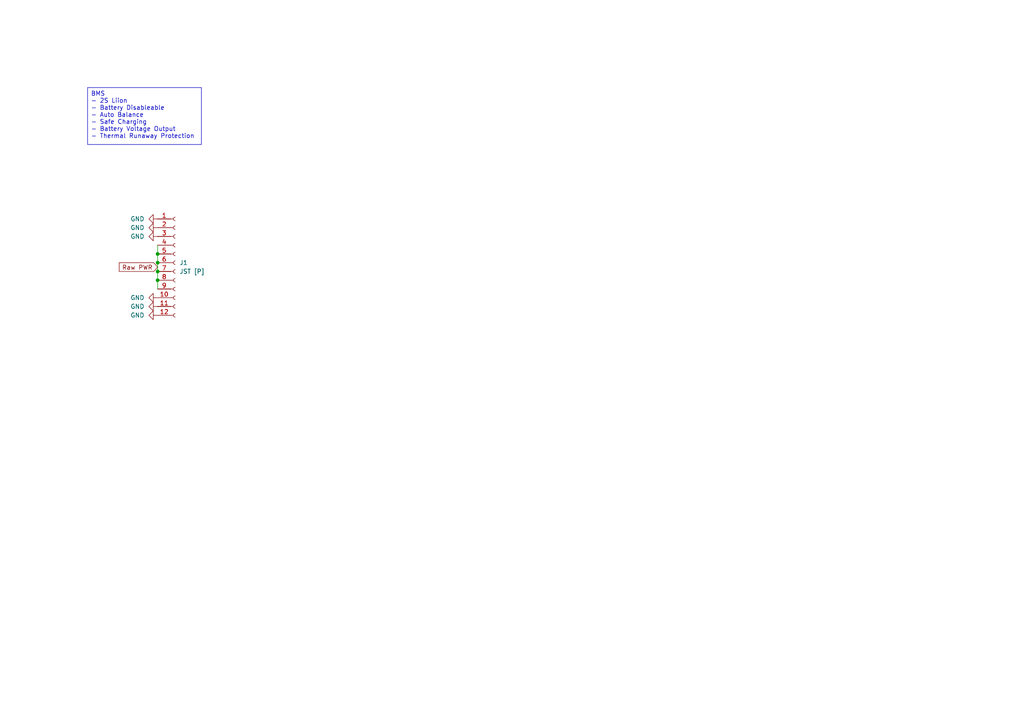
<source format=kicad_sch>
(kicad_sch (version 20231120) (generator "eeschema") (generator_version "8.0")
  (paper "A4")
  (lib_symbols
    (symbol "Connector:Conn_01x12_Socket" (pin_names (offset 1.016) hide)
      (property "Reference" "J" (at 0 15.24 0))
      (property "Value" "Conn_01x12_Socket" (at 0 -17.78 0))
      (symbol "Conn_01x12_Socket_1_1"
        (arc (start 0 -14.732) (mid -0.5058 -15.24) (end 0 -15.748) (stroke (width 0.1524)))
        (arc (start 0 -12.192) (mid -0.5058 -12.7) (end 0 -13.208) (stroke (width 0.1524)))
        (arc (start 0 -9.652) (mid -0.5058 -10.16) (end 0 -10.668) (stroke (width 0.1524)))
        (arc (start 0 -7.112) (mid -0.5058 -7.62) (end 0 -8.128) (stroke (width 0.1524)))
        (arc (start 0 -4.572) (mid -0.5058 -5.08) (end 0 -5.588) (stroke (width 0.1524)))
        (arc (start 0 -2.032) (mid -0.5058 -2.54) (end 0 -3.048) (stroke (width 0.1524)))
        (polyline (pts (xy -1.27 -15.24) (xy -0.508 -15.24)) (stroke (width 0.1524)))
        (polyline (pts (xy -1.27 -12.7) (xy -0.508 -12.7)) (stroke (width 0.1524)))
        (polyline (pts (xy -1.27 -10.16) (xy -0.508 -10.16)) (stroke (width 0.1524)))
        (polyline (pts (xy -1.27 -7.62) (xy -0.508 -7.62)) (stroke (width 0.1524)))
        (polyline (pts (xy -1.27 -5.08) (xy -0.508 -5.08)) (stroke (width 0.1524)))
        (polyline (pts (xy -1.27 -2.54) (xy -0.508 -2.54)) (stroke (width 0.1524)))
        (polyline (pts (xy -1.27 0) (xy -0.508 0)) (stroke (width 0.1524)))
        (polyline (pts (xy -1.27 2.54) (xy -0.508 2.54)) (stroke (width 0.1524)))
        (polyline (pts (xy -1.27 5.08) (xy -0.508 5.08)) (stroke (width 0.1524)))
        (polyline (pts (xy -1.27 7.62) (xy -0.508 7.62)) (stroke (width 0.1524)))
        (polyline (pts (xy -1.27 10.16) (xy -0.508 10.16)) (stroke (width 0.1524)))
        (polyline (pts (xy -1.27 12.7) (xy -0.508 12.7)) (stroke (width 0.1524)))
        (arc (start 0 0.508) (mid -0.5058 0) (end 0 -0.508) (stroke (width 0.1524)))
        (arc (start 0 3.048) (mid -0.5058 2.54) (end 0 2.032) (stroke (width 0.1524)))
        (arc (start 0 5.588) (mid -0.5058 5.08) (end 0 4.572) (stroke (width 0.1524)))
        (arc (start 0 8.128) (mid -0.5058 7.62) (end 0 7.112) (stroke (width 0.1524)))
        (arc (start 0 10.668) (mid -0.5058 10.16) (end 0 9.652) (stroke (width 0.1524)))
        (arc (start 0 13.208) (mid -0.5058 12.7) (end 0 12.192) (stroke (width 0.1524)))
        (pin passive line (at -5.08 12.7 0) (length 3.81) (name "Pin_1") (number "1"))
        (pin passive line (at -5.08 -10.16 0) (length 3.81) (name "Pin_10") (number "10"))
        (pin passive line (at -5.08 -12.7 0) (length 3.81) (name "Pin_11") (number "11"))
        (pin passive line (at -5.08 -15.24 0) (length 3.81) (name "Pin_12") (number "12"))
        (pin passive line (at -5.08 10.16 0) (length 3.81) (name "Pin_2") (number "2"))
        (pin passive line (at -5.08 7.62 0) (length 3.81) (name "Pin_3") (number "3"))
        (pin passive line (at -5.08 5.08 0) (length 3.81) (name "Pin_4") (number "4"))
        (pin passive line (at -5.08 2.54 0) (length 3.81) (name "Pin_5") (number "5"))
        (pin passive line (at -5.08 0 0) (length 3.81) (name "Pin_6") (number "6"))
        (pin passive line (at -5.08 -2.54 0) (length 3.81) (name "Pin_7") (number "7"))
        (pin passive line (at -5.08 -5.08 0) (length 3.81) (name "Pin_8") (number "8"))
        (pin passive line (at -5.08 -7.62 0) (length 3.81) (name "Pin_9") (number "9"))
      )
    )
    (symbol "power:GND" (power) (pin_numbers hide) (pin_names (offset 0) hide)
      (property "Value" "GND" (at 0 -3.81 0))
      (symbol "GND_0_1"
        (polyline (pts (xy 0 0) (xy 0 -1.27) (xy 1.27 -1.27) (xy 0 -2.54) (xy -1.27 -1.27) (xy 0 -1.27)))
      )
      (symbol "GND_1_1"
        (pin power_in line (at 0 0 270) (length 0) (name "~") (number "1"))
      )
    )
  )
  (junction (at 45.72 78.74))
  (junction (at 45.72 76.2))
  (junction (at 45.72 73.66))
  (junction (at 45.72 81.28))
  (wire (pts (xy 45.72 73.66) (xy 45.72 76.2)))
  (wire (pts (xy 45.72 78.74) (xy 45.72 81.28)))
  (wire (pts (xy 45.72 81.28) (xy 45.72 83.82)))
  (wire (pts (xy 45.72 76.2) (xy 45.72 78.74)))
  (wire (pts (xy 45.72 71.12) (xy 45.72 73.66)))
  (text_box "BMS\n- 2S Liion\n- Battery Disableable\n- Auto Balance\n- Safe Charging\n- Battery Voltage Output\n- Thermal Runaway Protection" (at 25.4 25.4 0) (size 33.02 16.51) (effects (font (size 1.27 1.27)) (justify left top)))
  (global_label "Raw PWR" (shape input) (at 45.72 77.47 180) (property "Intersheetrefs" "${INTERSHEET_REFS}" (effects (hide yes))))
  (symbol (lib_id "power:GND") (at 45.72 66.04 270) (unit 1)
    (property "Reference" "#PWR02" (effects (hide yes)))
    (property "Value" "GND" (at 41.91 66.0399 90) (effects (justify right)))
    (property "Description" "Power symbol creates a global label with name \"GND\" , ground" (effects (hide yes)))
  )
  (symbol (lib_id "power:GND") (at 45.72 68.58 270) (unit 1)
    (property "Reference" "#PWR03" (effects (hide yes)))
    (property "Value" "GND" (at 41.91 68.5799 90) (effects (justify right)))
    (property "Description" "Power symbol creates a global label with name \"GND\" , ground" (effects (hide yes)))
  )
  (symbol (lib_id "power:GND") (at 45.72 91.44 270) (unit 1)
    (property "Reference" "#PWR06" (effects (hide yes)))
    (property "Value" "GND" (at 41.91 91.4399 90) (effects (justify right)))
    (property "Description" "Power symbol creates a global label with name \"GND\" , ground" (effects (hide yes)))
  )
  (symbol (lib_id "power:GND") (at 45.72 86.36 270) (unit 1)
    (property "Reference" "#PWR04" (effects (hide yes)))
    (property "Value" "GND" (at 41.91 86.3599 90) (effects (justify right)))
    (property "Description" "Power symbol creates a global label with name \"GND\" , ground" (effects (hide yes)))
  )
  (symbol (lib_id "power:GND") (at 45.72 88.9 270) (unit 1)
    (property "Reference" "#PWR05" (effects (hide yes)))
    (property "Value" "GND" (at 41.91 88.8999 90) (effects (justify right)))
    (property "Description" "Power symbol creates a global label with name \"GND\" , ground" (effects (hide yes)))
  )
  (symbol (lib_id "power:GND") (at 45.72 63.5 270) (unit 1)
    (property "Reference" "#PWR01" (effects (hide yes)))
    (property "Value" "GND" (at 41.91 63.4999 90) (effects (justify right)))
    (property "Description" "Power symbol creates a global label with name \"GND\" , ground" (effects (hide yes)))
  )
  (symbol (lib_id "Connector:Conn_01x12_Socket") (at 50.8 76.2 0) (unit 1)
    (property "Reference" "J1" (at 52.07 76.1999 0) (effects (justify left)))
    (property "Value" "JST [P]" (at 52.07 78.7399 0) (effects (justify left)))
    (property "Description" "Generic connector, single row, 01x12, script generated" (effects (hide yes)))
  )
)
</source>
